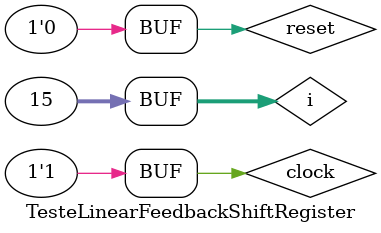
<source format=v>
module TesteLinearFeedbackShiftRegister();
  reg clock;
  reg reset;
  wire [1:3] saida;
  integer i;
  
  LinearFeedbackShiftRegister linearFeedbackShiftRegister(.clock(clock),
                                                          .reset(reset),
                                                          .sequencia(saida));
  
  initial begin
    reset = 1;
    clock = 0;
    clock = 1;
    clock = 0;
    #5 reset = 0;
    
    for(i = 0; i < 15; i = i + 1) begin
      	#5 clock = ~clock;
    end
  end
  
  always @(saida[1], saida[2], saida[3]) begin
    $display("%b%b%b", saida[1], saida[2], saida[3]);
  end
endmodule
</source>
